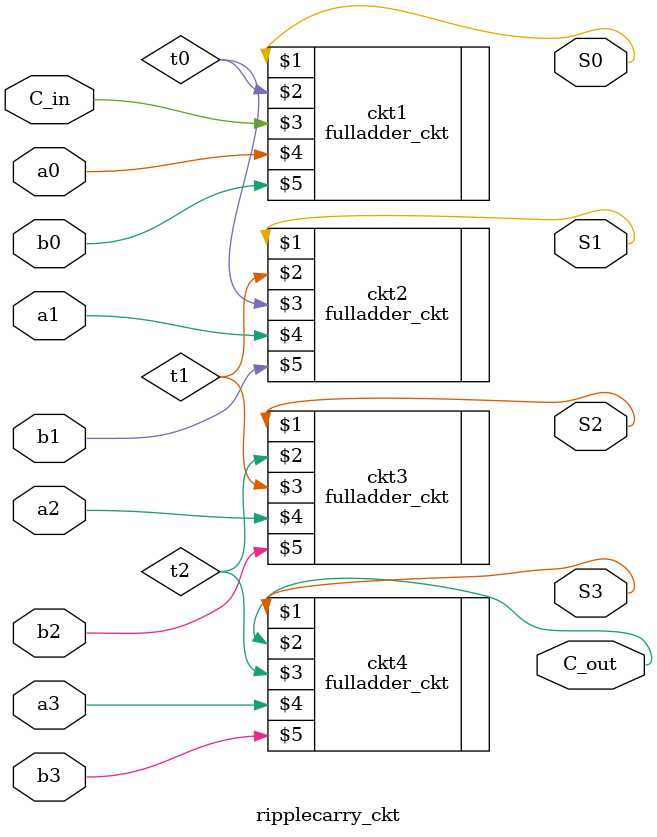
<source format=v>
module ripplecarry_ckt(S0,S1,S2,S3,C_out,C_in,a0,a1,a2,a3,b0,b1,b2,b3);
     input  a0,a1,a2,a3,b0,b1,b2,b3,C_in;
     output S0,S1,S2,S3,C_out;
     wire   t0,t1,t2;
     
    fulladder_ckt ckt1(S0,t0,C_in,a0,b0);
    fulladder_ckt ckt2(S1,t1,t0,a1,b1);
    fulladder_ckt ckt3(S2,t2,t1,a2,b2);
    fulladder_ckt ckt4(S3,C_out,t2,a3,b3);
    
endmodule     
     

</source>
